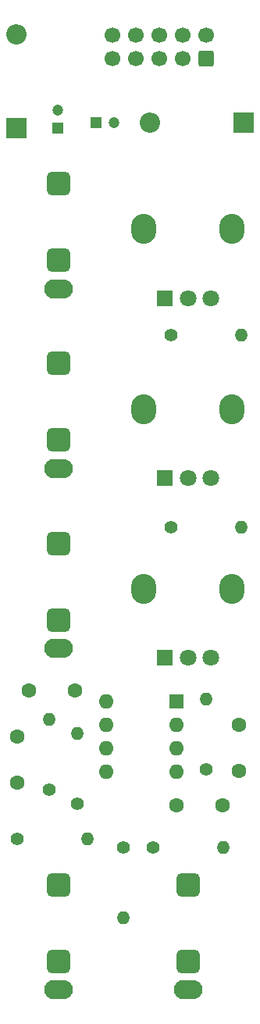
<source format=gbs>
G04 #@! TF.GenerationSoftware,KiCad,Pcbnew,(6.0.1)*
G04 #@! TF.CreationDate,2023-06-10T19:20:07+02:00*
G04 #@! TF.ProjectId,mixer,6d697865-722e-46b6-9963-61645f706362,rev?*
G04 #@! TF.SameCoordinates,Original*
G04 #@! TF.FileFunction,Soldermask,Bot*
G04 #@! TF.FilePolarity,Negative*
%FSLAX46Y46*%
G04 Gerber Fmt 4.6, Leading zero omitted, Abs format (unit mm)*
G04 Created by KiCad (PCBNEW (6.0.1)) date 2023-06-10 19:20:07*
%MOMM*%
%LPD*%
G01*
G04 APERTURE LIST*
G04 Aperture macros list*
%AMRoundRect*
0 Rectangle with rounded corners*
0 $1 Rounding radius*
0 $2 $3 $4 $5 $6 $7 $8 $9 X,Y pos of 4 corners*
0 Add a 4 corners polygon primitive as box body*
4,1,4,$2,$3,$4,$5,$6,$7,$8,$9,$2,$3,0*
0 Add four circle primitives for the rounded corners*
1,1,$1+$1,$2,$3*
1,1,$1+$1,$4,$5*
1,1,$1+$1,$6,$7*
1,1,$1+$1,$8,$9*
0 Add four rect primitives between the rounded corners*
20,1,$1+$1,$2,$3,$4,$5,0*
20,1,$1+$1,$4,$5,$6,$7,0*
20,1,$1+$1,$6,$7,$8,$9,0*
20,1,$1+$1,$8,$9,$2,$3,0*%
G04 Aperture macros list end*
%ADD10O,2.720000X3.240000*%
%ADD11R,1.800000X1.800000*%
%ADD12C,1.800000*%
%ADD13O,3.100000X2.100000*%
%ADD14RoundRect,0.650000X-0.650000X-0.650000X0.650000X-0.650000X0.650000X0.650000X-0.650000X0.650000X0*%
%ADD15C,1.400000*%
%ADD16O,1.400000X1.400000*%
%ADD17C,1.600000*%
%ADD18R,2.200000X2.200000*%
%ADD19O,2.200000X2.200000*%
%ADD20R,1.200000X1.200000*%
%ADD21C,1.200000*%
%ADD22R,1.600000X1.600000*%
%ADD23O,1.600000X1.600000*%
%ADD24RoundRect,0.250000X0.600000X-0.600000X0.600000X0.600000X-0.600000X0.600000X-0.600000X-0.600000X0*%
%ADD25C,1.700000*%
G04 APERTURE END LIST*
D10*
X76800000Y-104005000D03*
X67200000Y-104005000D03*
D11*
X69500000Y-111505000D03*
D12*
X72000000Y-111505000D03*
X74500000Y-111505000D03*
D13*
X58000000Y-110480000D03*
D14*
X58000000Y-99080000D03*
X58000000Y-107380000D03*
D13*
X58000000Y-71480000D03*
D14*
X58000000Y-60080000D03*
X58000000Y-68380000D03*
D10*
X76800000Y-84500000D03*
X67200000Y-84500000D03*
D11*
X69500000Y-92000000D03*
D12*
X72000000Y-92000000D03*
X74500000Y-92000000D03*
D13*
X58000000Y-90980000D03*
D14*
X58000000Y-79580000D03*
X58000000Y-87880000D03*
D13*
X72000000Y-147480000D03*
D14*
X72000000Y-136080000D03*
X72000000Y-144380000D03*
D13*
X58000000Y-147480000D03*
D14*
X58000000Y-136080000D03*
X58000000Y-144380000D03*
D10*
X67200000Y-65005000D03*
X76800000Y-65005000D03*
D11*
X69500000Y-72505000D03*
D12*
X72000000Y-72505000D03*
X74500000Y-72505000D03*
D15*
X68190000Y-132000000D03*
D16*
X75810000Y-132000000D03*
D15*
X74000000Y-123590000D03*
D16*
X74000000Y-115970000D03*
D17*
X59750000Y-115000000D03*
X54750000Y-115000000D03*
D15*
X60000000Y-127310000D03*
D16*
X60000000Y-119690000D03*
D18*
X78080000Y-53500000D03*
D19*
X67920000Y-53500000D03*
D15*
X53520000Y-131100000D03*
D16*
X61140000Y-131100000D03*
D20*
X62027401Y-53500000D03*
D21*
X64027401Y-53500000D03*
D20*
X57900000Y-54072600D03*
D21*
X57900000Y-52072600D03*
D15*
X70160000Y-76500000D03*
D16*
X77780000Y-76500000D03*
D15*
X57000000Y-125810000D03*
D16*
X57000000Y-118190000D03*
D17*
X70750000Y-127500000D03*
X75750000Y-127500000D03*
D22*
X70800000Y-116200000D03*
D23*
X70800000Y-118740000D03*
X70800000Y-121280000D03*
X70800000Y-123820000D03*
X63180000Y-123820000D03*
X63180000Y-121280000D03*
X63180000Y-118740000D03*
X63180000Y-116200000D03*
D17*
X53500000Y-125000000D03*
X53500000Y-120000000D03*
D24*
X74000000Y-46500000D03*
D25*
X74000000Y-43960000D03*
X71460000Y-46500000D03*
X71460000Y-43960000D03*
X68920000Y-46500000D03*
X68920000Y-43960000D03*
X66380000Y-46500000D03*
X66380000Y-43960000D03*
X63840000Y-46500000D03*
X63840000Y-43960000D03*
D17*
X77500000Y-123750000D03*
X77500000Y-118750000D03*
D18*
X53400000Y-54100000D03*
D19*
X53400000Y-43940000D03*
D15*
X70190000Y-97300000D03*
D16*
X77810000Y-97300000D03*
D15*
X65000000Y-132000000D03*
D16*
X65000000Y-139620000D03*
M02*

</source>
